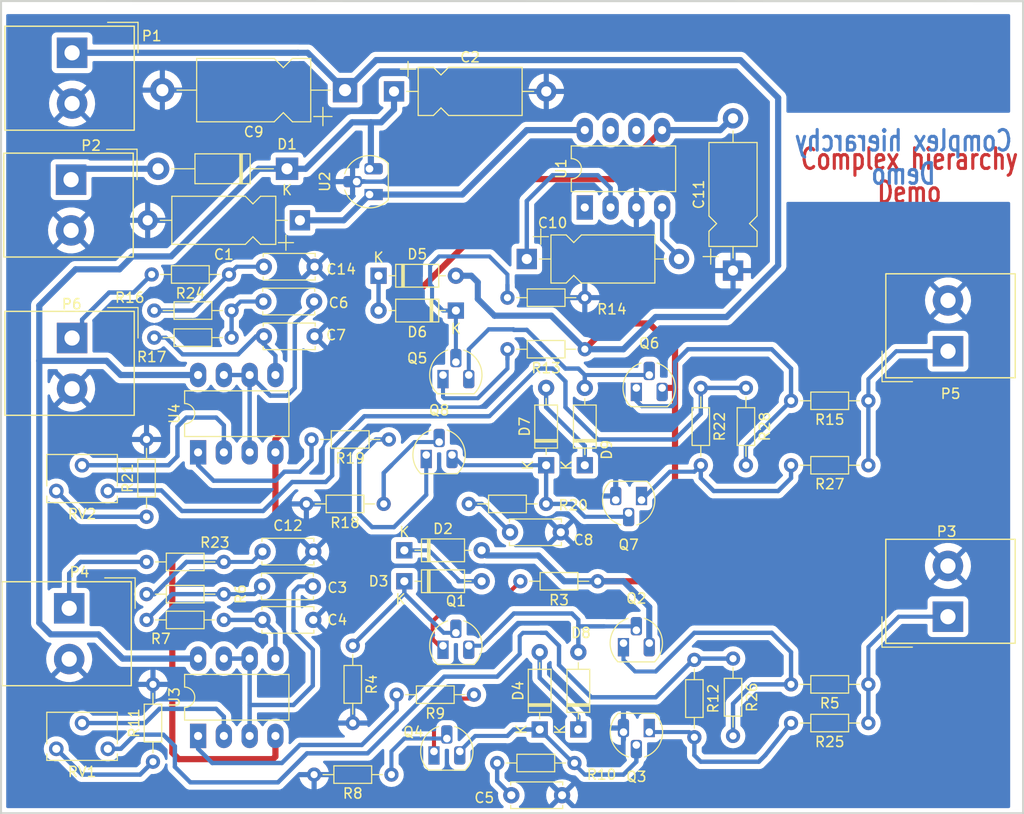
<source format=kicad_pcb>
(kicad_pcb (version 20211014) (generator pcbnew)
  (title_block (title "Actionneur_piezo") (company "Kicad devs") (comment 1 "Demo"))
  (layers (0 "F.Cu" power "top_copper") (31 "B.Cu" signal "bottom_copper") (34 "B.Paste" user) (35 "F.Paste" user) (36 "B.SilkS" user "B.Silkscreen") (37 "F.SilkS" user "F.Silkscreen") (38 "B.Mask" user) (39 "F.Mask" user) (44 "Edge.Cuts" user))
  (net 0 "")
  (net 1 "-VAA")
  (net 2 "/12Vext")
  (net 3 "/ampli_ht_horizontal/PIEZO_IN")
  (net 4 "/ampli_ht_horizontal/PIEZO_OUT")
  (net 5 "/ampli_ht_horizontal/S_OUT+")
  (net 6 "/ampli_ht_horizontal/Vpil_0_3,3V")
  (net 7 "/ampli_ht_vertical/PIEZO_IN")
  (net 8 "/ampli_ht_vertical/PIEZO_OUT")
  (net 9 "/ampli_ht_vertical/S_OUT+")
  (net 10 "/ampli_ht_vertical/Vpil_0_3,3V")
  (net 11 "GND")
  (net 12 "HT")
  (net 13 "Net-(C10-Pad1)")
  (net 14 "Net-(C10-Pad2)")
  (net 15 "Net-(C12-Pad1)")
  (net 16 "Net-(C14-Pad1)")
  (net 17 "Net-(C3-Pad2)")
  (net 18 "Net-(C4-Pad1)")
  (net 19 "Net-(C5-Pad1)")
  (net 20 "Net-(C6-Pad2)")
  (net 21 "Net-(C7-Pad1)")
  (net 22 "Net-(C8-Pad1)")
  (net 23 "Net-(D4-Pad1)")
  (net 24 "Net-(D4-Pad2)")
  (net 25 "Net-(D7-Pad1)")
  (net 26 "Net-(D7-Pad2)")
  (net 27 "Net-(R11-Pad1)")
  (net 28 "Net-(R19-Pad2)")
  (net 29 "Net-(R21-Pad1)")
  (net 30 "Net-(R9-Pad2)")
  (net 31 "Net-(RV1-Pad2)")
  (net 32 "Net-(RV2-Pad2)")
  (net 33 "VCC")
  (net 34 "Net-(D2-Pad1)")
  (net 35 "Net-(D3-Pad1)")
  (net 36 "Net-(D5-Pad1)")
  (net 37 "Net-(D6-Pad1)")
  (net 38 "Net-(D8-Pad2)")
  (net 39 "Net-(D9-Pad2)")
  (net 40 "+12V")
  (net 41 "Net-(Q1-Pad1)")
  (net 42 "Net-(Q2-Pad1)")
  (net 43 "Net-(Q3-Pad1)")
  (net 44 "Net-(Q4-Pad1)")
  (net 45 "Net-(Q4-Pad2)")
  (net 46 "Net-(Q5-Pad1)")
  (net 47 "Net-(Q6-Pad1)")
  (net 48 "Net-(Q7-Pad1)")
  (net 49 "Net-(Q8-Pad1)")
  (net 50 "Net-(Q8-Pad2)")
  (footprint "Capacitor_THT:CP_Axial_L10.0mm_D4.5mm_P15.00mm_Horizontal" (layer "F.Cu") (at 126.619 60.706)
    (fp_text reference "C2")
    (fp_text value "47uF/20V")
  )
  (footprint "Capacitor_THT:CP_Axial_L11.0mm_D6.0mm_P18.00mm_Horizontal" (layer "F.Cu") (at 121.793 60.579 180)
    (fp_text reference "C9")
    (fp_text value "47uF/63V")
  )
  (footprint "Capacitor_THT:CP_Axial_L10.0mm_D4.5mm_P15.00mm_Horizontal" (layer "F.Cu") (at 139.7 77.216)
    (fp_text reference "C10")
    (fp_text value "10uF")
  )
  (footprint "Capacitor_THT:CP_Axial_L10.0mm_D4.5mm_P15.00mm_Horizontal" (layer "F.Cu") (at 160.02 78.359 90)
    (fp_text reference "C11")
    (fp_text value "10uF")
  )
  (footprint "Package_TO_SOT_THT:TO-92_HandSolder" (layer "F.Cu") (at 131.445 115.316)
    (fp_text reference "Q1")
    (fp_text value "MPSA92")
  )
  (footprint "Package_TO_SOT_THT:TO-92_HandSolder" (layer "F.Cu") (at 151.765 123.825 180)
    (fp_text reference "Q3")
    (fp_text value "MPSA92")
  )
  (footprint "Package_TO_SOT_THT:TO-92_HandSolder" (layer "F.Cu") (at 131.445 88.646)
    (fp_text reference "Q5")
    (fp_text value "MPSA92")
  )
  (footprint "Package_TO_SOT_THT:TO-92_HandSolder" (layer "F.Cu") (at 150.495 89.916)
    (fp_text reference "Q6")
    (fp_text value "MPSA42")
  )
  (footprint "Package_TO_SOT_THT:TO-92_HandSolder" (layer "F.Cu") (at 151.003 100.965 180)
    (fp_text reference "Q7")
    (fp_text value "MPSA92")
  )
  (footprint "Package_TO_SOT_THT:TO-92_HandSolder" (layer "F.Cu") (at 129.794 96.52)
    (fp_text reference "Q8")
    (fp_text value "MPSA42")
  )
  (footprint "Potentiometer_THT:Potentiometer_Bourns_3266W_Vertical" (layer "F.Cu") (at 93.345 125.476 180)
    (fp_text reference "RV1")
    (fp_text value "4,7K")
  )
  (footprint "Potentiometer_THT:Potentiometer_Bourns_3266W_Vertical" (layer "F.Cu") (at 93.345 100.076 180)
    (fp_text reference "RV2")
    (fp_text value "4,7K")
  )
  (footprint "Package_TO_SOT_THT:TO-92_HandSolder" (layer "F.Cu") (at 124.206 70.866 90)
    (fp_text reference "U2")
    (fp_text value "78L05")
  )
  (footprint "Resistor_THT:R_Axial_DIN0204_L3.6mm_D1.6mm_P7.62mm_Horizontal" (layer "F.Cu") (at 126.111 94.996 180)
    (fp_text reference "R19")
    (fp_text value "1K")
  )
  (footprint "Resistor_THT:R_Axial_DIN0204_L3.6mm_D1.6mm_P7.62mm_Horizontal" (layer "F.Cu") (at 109.855 110.236 180)
    (fp_text reference "R6")
    (fp_text value "22K")
  )
  (footprint "Resistor_THT:R_Axial_DIN0204_L3.6mm_D1.6mm_P7.62mm_Horizontal" (layer "F.Cu") (at 125.603 101.346 180)
    (fp_text reference "R18")
    (fp_text value "1K")
  )
  (footprint "Resistor_THT:R_Axial_DIN0204_L3.6mm_D1.6mm_P7.62mm_Horizontal" (layer "F.Cu") (at 110.617 82.296 180)
    (fp_text reference "R16")
    (fp_text value "22K")
  )
  (footprint "Resistor_THT:R_Axial_DIN0204_L3.6mm_D1.6mm_P7.62mm_Horizontal" (layer "F.Cu") (at 173.355 91.186 180)
    (fp_text reference "R15")
    (fp_text value "47")
  )
  (footprint "Resistor_THT:R_Axial_DIN0204_L3.6mm_D1.6mm_P7.62mm_Horizontal" (layer "F.Cu") (at 137.795 81.026)
    (fp_text reference "R14")
    (fp_text value "220K")
  )
  (footprint "Resistor_THT:R_Axial_DIN0204_L3.6mm_D1.6mm_P7.62mm_Horizontal" (layer "F.Cu") (at 145.415 86.106 180)
    (fp_text reference "R13")
    (fp_text value "470")
  )
  (footprint "Resistor_THT:R_Axial_DIN0204_L3.6mm_D1.6mm_P7.62mm_Horizontal" (layer "F.Cu") (at 156.21 116.713 -90)
    (fp_text reference "R12")
    (fp_text value "220K")
  )
  (footprint "Resistor_THT:R_Axial_DIN0204_L3.6mm_D1.6mm_P7.62mm_Horizontal" (layer "F.Cu") (at 102.87 126.746 90)
    (fp_text reference "R11")
    (fp_text value "4,7K")
  )
  (footprint "Resistor_THT:R_Axial_DIN0204_L3.6mm_D1.6mm_P7.62mm_Horizontal" (layer "F.Cu") (at 144.399 126.873 180)
    (fp_text reference "R10")
    (fp_text value "5,6K")
  )
  (footprint "Resistor_THT:R_Axial_DIN0204_L3.6mm_D1.6mm_P7.62mm_Horizontal" (layer "F.Cu") (at 134.493 120.142 180)
    (fp_text reference "R9")
    (fp_text value "1K")
  )
  (footprint "Resistor_THT:R_Axial_DIN0204_L3.6mm_D1.6mm_P7.62mm_Horizontal" (layer "F.Cu") (at 126.365 128.016 180)
    (fp_text reference "R8")
    (fp_text value "1K")
  )
  (footprint "Resistor_THT:R_Axial_DIN0204_L3.6mm_D1.6mm_P7.62mm_Horizontal" (layer "F.Cu") (at 109.855 112.776 180)
    (fp_text reference "R7")
    (fp_text value "22K")
  )
  (footprint "Resistor_THT:R_Axial_DIN0204_L3.6mm_D1.6mm_P7.62mm_Horizontal" (layer "F.Cu") (at 102.997 84.963)
    (fp_text reference "R17")
    (fp_text value "22K")
  )
  (footprint "Resistor_THT:R_Axial_DIN0204_L3.6mm_D1.6mm_P7.62mm_Horizontal" (layer "F.Cu") (at 102.235 102.616 90)
    (fp_text reference "R21")
    (fp_text value "4,7K")
  )
  (footprint "Resistor_THT:R_Axial_DIN0204_L3.6mm_D1.6mm_P7.62mm_Horizontal" (layer "F.Cu") (at 146.685 108.966 180)
    (fp_text reference "R3")
    (fp_text value "470")
  )
  (footprint "Resistor_THT:R_Axial_DIN0204_L3.6mm_D1.6mm_P7.62mm_Horizontal" (layer "F.Cu") (at 122.555 115.316 -90)
    (fp_text reference "R4")
    (fp_text value "220K")
  )
  (footprint "Resistor_THT:R_Axial_DIN0204_L3.6mm_D1.6mm_P7.62mm_Horizontal" (layer "F.Cu") (at 173.355 119.126 180)
    (fp_text reference "R5")
    (fp_text value "47")
  )
  (footprint "Resistor_THT:R_Axial_DIN0204_L3.6mm_D1.6mm_P7.62mm_Horizontal" (layer "F.Cu") (at 161.29 89.916 -90)
    (fp_text reference "R28")
    (fp_text value "220K")
  )
  (footprint "Resistor_THT:R_Axial_DIN0204_L3.6mm_D1.6mm_P7.62mm_Horizontal" (layer "F.Cu") (at 173.355 97.536 180)
    (fp_text reference "R27")
    (fp_text value "47")
  )
  (footprint "Resistor_THT:R_Axial_DIN0204_L3.6mm_D1.6mm_P7.62mm_Horizontal" (layer "F.Cu") (at 160.02 116.586 -90)
    (fp_text reference "R26")
    (fp_text value "220K")
  )
  (footprint "Resistor_THT:R_Axial_DIN0204_L3.6mm_D1.6mm_P7.62mm_Horizontal" (layer "F.Cu") (at 173.355 122.936 180)
    (fp_text reference "R25")
    (fp_text value "47")
  )
  (footprint "Resistor_THT:R_Axial_DIN0204_L3.6mm_D1.6mm_P7.62mm_Horizontal" (layer "F.Cu") (at 110.363 78.74 180)
    (fp_text reference "R24")
    (fp_text value "1K")
  )
  (footprint "Resistor_THT:R_Axial_DIN0204_L3.6mm_D1.6mm_P7.62mm_Horizontal" (layer "F.Cu") (at 109.855 107.061 180)
    (fp_text reference "R23")
    (fp_text value "1K")
  )
  (footprint "Resistor_THT:R_Axial_DIN0204_L3.6mm_D1.6mm_P7.62mm_Horizontal" (layer "F.Cu") (at 156.845 89.916 -90)
    (fp_text reference "R22")
    (fp_text value "220K")
  )
  (footprint "Resistor_THT:R_Axial_DIN0204_L3.6mm_D1.6mm_P7.62mm_Horizontal" (layer "F.Cu") (at 141.605 101.346 180)
    (fp_text reference "R20")
    (fp_text value "5,6K")
  )
  (footprint "Package_DIP:DIP-8_W7.62mm_LongPads" (layer "F.Cu") (at 107.315 96.266 90)
    (fp_text reference "U4")
    (fp_text value "LM358N")
  )
  (footprint "Package_DIP:DIP-8_W7.62mm_LongPads" (layer "F.Cu") (at 145.415 72.136 90)
    (fp_text reference "U1")
    (fp_text value "ICL7660")
  )
  (footprint "Package_DIP:DIP-8_W7.62mm_LongPads" (layer "F.Cu") (at 107.315 124.206 90)
    (fp_text reference "U3")
    (fp_text value "LM358N")
  )
  (footprint "Capacitor_THT:C_Disc_D5.0mm_W2.5mm_P5.00mm" (layer "F.Cu") (at 138.049 104.14)
    (fp_text reference "C8")
    (fp_text value "820pF")
  )
  (footprint "Capacitor_THT:C_Disc_D5.0mm_W2.5mm_P5.00mm" (layer "F.Cu") (at 113.792 84.836)
    (fp_text reference "C7")
    (fp_text value "4.7nF")
  )
  (footprint "Capacitor_THT:C_Disc_D5.0mm_W2.5mm_P5.00mm" (layer "F.Cu") (at 118.745 81.407 180)
    (fp_text reference "C6")
    (fp_text value "15nF")
  )
  (footprint "Capacitor_THT:C_Disc_D5.0mm_W2.5mm_P5.00mm" (layer "F.Cu") (at 138.176 130.048)
    (fp_text reference "C5")
    (fp_text value "820pF")
  )
  (footprint "Capacitor_THT:C_Disc_D5.0mm_W2.5mm_P5.00mm" (layer "F.Cu") (at 113.665 106.045)
    (fp_text reference "C12")
    (fp_text value "150nF")
  )
  (footprint "Capacitor_THT:C_Disc_D5.0mm_W2.5mm_P5.00mm" (layer "F.Cu") (at 113.792 77.978)
    (fp_text reference "C14")
    (fp_text value "150nF")
  )
  (footprint "Capacitor_THT:C_Disc_D5.0mm_W2.5mm_P5.00mm" (layer "F.Cu") (at 113.665 112.776)
    (fp_text reference "C4")
    (fp_text value "4.7nF")
  )
  (footprint "Capacitor_THT:C_Disc_D5.0mm_W2.5mm_P5.00mm" (layer "F.Cu") (at 118.618 109.474 180)
    (fp_text reference "C3")
    (fp_text value "15nF")
  )
  (footprint "Diode_THT:D_DO-41_SOD81_P12.70mm_Horizontal" (layer "F.Cu") (at 116.078 68.326 180)
    (fp_text reference "D1")
    (fp_text value "1N4007")
  )
  (footprint "Diode_THT:D_DO-35_SOD27_P7.62mm_Horizontal" (layer "F.Cu") (at 125.095 78.867)
    (fp_text reference "D5")
    (fp_text value "1N4148")
  )
  (footprint "Diode_THT:D_DO-35_SOD27_P7.62mm_Horizontal" (layer "F.Cu") (at 144.78 123.571 90)
    (fp_text reference "D8")
    (fp_text value "1N4148")
  )
  (footprint "Diode_THT:D_DO-35_SOD27_P7.62mm_Horizontal" (layer "F.Cu") (at 127.635 105.918)
    (fp_text reference "D2")
    (fp_text value "1N4148")
  )
  (footprint "Diode_THT:D_DO-35_SOD27_P7.62mm_Horizontal" (layer "F.Cu") (at 127.635 108.966)
    (fp_text reference "D3")
    (fp_text value "1N4148")
  )
  (footprint "Diode_THT:D_DO-35_SOD27_P7.62mm_Horizontal" (layer "F.Cu") (at 141.605 97.536 90)
    (fp_text reference "D7")
    (fp_text value "1N4148")
  )
  (footprint "Diode_THT:D_DO-35_SOD27_P7.62mm_Horizontal" (layer "F.Cu") (at 132.715 82.296 180)
    (fp_text reference "D6")
    (fp_text value "1N4148")
  )
  (footprint "Diode_THT:D_DO-35_SOD27_P7.62mm_Horizontal" (layer "F.Cu") (at 140.97 123.571 90)
    (fp_text reference "D4")
    (fp_text value "1N4148")
  )
  (footprint "Diode_THT:D_DO-35_SOD27_P7.62mm_Horizontal" (layer "F.Cu") (at 145.415 97.536 90)
    (fp_text reference "D9")
    (fp_text value "1N4148")
  )
  (footprint "TerminalBlock_Altech:Altech_AK300_1x02_P5.00mm_45-Degree" (layer "F.Cu") (at 94.9 56.9 -90)
    (fp_text reference "P1")
    (fp_text value "CONN_2")
  )
  (footprint "TerminalBlock_Altech:Altech_AK300_1x02_P5.00mm_45-Degree" (layer "F.Cu") (at 94.8 69.4 -90)
    (fp_text reference "P2")
    (fp_text value "CONN_2")
  )
  (footprint "TerminalBlock_Altech:Altech_AK300_1x02_P5.00mm_45-Degree" (layer "F.Cu") (at 94.615 111.633 -90)
    (fp_text reference "P4")
    (fp_text value "CONN_2")
  )
  (footprint "TerminalBlock_Altech:Altech_AK300_1x02_P5.00mm_45-Degree" (layer "F.Cu") (at 181.1925 112.4575 90)
    (fp_text reference "P3")
    (fp_text value "CONN_2")
  )
  (footprint "TerminalBlock_Altech:Altech_AK300_1x02_P5.00mm_45-Degree" (layer "F.Cu") (at 94.9 85 -90)
    (fp_text reference "P6")
    (fp_text value "CONN_2")
  )
  (footprint "TerminalBlock_Altech:Altech_AK300_1x02_P5.00mm_45-Degree" (layer "F.Cu") (at 181.2 86.3 90)
    (fp_text reference "P5")
    (fp_text value "CONN_2")
  )
  (footprint "Package_TO_SOT_THT:TO-92_HandSolder" (layer "F.Cu") (at 149.225 115.062)
    (fp_text reference "Q2")
    (fp_text value "MPSA42")
  )
  (footprint "Package_TO_SOT_THT:TO-92_HandSolder" (layer "F.Cu") (at 130.556 125.73)
    (fp_text reference "Q4")
    (fp_text value "MPSA42")
  )
  (footprint "Capacitor_THT:CP_Axial_L10.0mm_D4.5mm_P15.00mm_Horizontal" (layer "F.Cu") (at 117.348 73.406 180)
    (fp_text reference "C1")
    (fp_text value "47uF")
  )
  (gr_line (start 87.9 131.826) (end 87.9 51.8) (layer "Edge.Cuts") (width 0.2032))
  (gr_line (start 188.595 131.826) (end 87.9 131.826) (layer "Edge.Cuts") (width 0.2032))
  (gr_line (start 87.9 51.8) (end 188.595 51.816) (layer "Edge.Cuts") (width 0.2032))
  (gr_line (start 188.595 51.816) (end 188.595 131.826) (layer "Edge.Cuts") (width 0.2032))
  (gr_text "Complex hierarchy\nDemo" (at 177.4 69) (layer "F.Cu") (effects (font (size 2.032 1.524) (thickness 0.3048))))
  (gr_text "Complex hierarchy\nDemo" (at 176.8 67.2) (layer "B.Cu") (effects (font (size 2.032 1.524) (thickness 0.3048)) (justify mirror)))
  (segment (start 107.061 104.521) (end 104.775 106.807) (width 0.6096) (layer "F.Cu") (net 1))
  (segment (start 105.41 126.492) (end 114.681 126.492) (width 0.6096) (layer "F.Cu") (net 1))
  (segment (start 104.775 106.807) (end 104.775 125.857) (width 0.6096) (layer "F.Cu") (net 1))
  (segment (start 128.905 86.614) (end 128.905 80.518) (width 0.6096) (layer "F.Cu") (net 1))
  (segment (start 140.081 69.342) (end 148.209 69.342) (width 0.6096) (layer "F.Cu") (net 1))
  (segment (start 148.209 69.342) (end 153.035 64.516) (width 0.6096) (layer "F.Cu") (net 1))
  (segment (start 128.905 80.518) (end 140.081 69.342) (width 0.6096) (layer "F.Cu") (net 1))
  (segment (start 114.935 102.108) (end 114.935 102.362) (width 0.6096) (layer "F.Cu") (net 1))
  (segment (start 114.935 96.266) (end 114.935 94.996) (width 0.6096) (layer "F.Cu") (net 1))
  (segment (start 114.935 94.996) (end 121.031 88.9) (width 0.6096) (layer "F.Cu") (net 1))
  (segment (start 114.935 126.238) (end 114.935 124.206) (width 0.6096) (layer "F.Cu") (net 1))
  (segment (start 114.935 102.362) (end 112.776 104.521) (width 0.6096) (layer "F.Cu") (net 1))
  (segment (start 105.41 126.492) (end 104.775 125.857) (width 0.6096) (layer "F.Cu") (net 1))
  (segment (start 121.031 88.9) (end 126.619 88.9) (width 0.6) (layer "F.Cu") (net 1))
  (segment (start 112.776 104.521) (end 107.061 104.521) (width 0.6096) (layer "F.Cu") (net 1))
  (segment (start 114.681 126.492) (end 114.935 126.238) (width 0.6096) (layer "F.Cu") (net 1))
  (segment (start 126.619 88.9) (end 128.905 86.614) (width 0.6096) (layer "F.Cu") (net 1))
  (segment (start 114.935 96.266) (end 114.935 102.108) (width 0.6096) (layer "F.Cu") (net 1))
  (segment (start 153.035 64.516) (end 158.75 64.516) (width 0.6096) (layer "B.Cu") (net 1))
  (segment (start 158.75 64.516) (end 160.02 63.246) (width 0.6096) (layer "B.Cu") (net 1))
  (segment (start 103.378 68.326) (end 95.874 68.326) (width 0.6) (layer "B.Cu") (net 2))
  (segment (start 95.874 68.326) (end 94.8 69.4) (width 0.6) (layer "B.Cu") (net 2))
  (segment (start 98.552 80.518) (end 100.965 80.518) (width 0.4318) (layer "B.Cu") (net 3))
  (segment (start 95.885 83.185) (end 98.552 80.518) (width 0.4318) (layer "B.Cu") (net 3))
  (segment (start 95.885 84.836) (end 95.885 83.185) (width 0.4318) (layer "B.Cu") (net 3))
  (segment (start 100.965 80.518) (end 102.743 78.74) (width 0.4318) (layer "B.Cu") (net 3))
  (segment (start 173.355 89.045) (end 173.355 91.186) (width 0.4) (layer "B.Cu") (net 4))
  (segment (start 173.355 97.536) (end 173.355 91.186) (width 0.4318) (layer "B.Cu") (net 4))
  (segment (start 176.1 86.3) (end 173.355 89.045) (width 0.4) (layer "B.Cu") (net 4))
  (segment (start 181.2 86.3) (end 176.1 86.3) (width 0.4) (layer "B.Cu") (net 4))
  (segment (start 116.586 99.187) (end 119.888 99.187) (width 0.4318) (layer "B.Cu") (net 5))
  (segment (start 156.845 89.916) (end 156.845 92.456) (width 0.4318) (layer "B.Cu") (net 5))
  (segment (start 143.51 91.821) (end 146.685 94.996) (width 0.4318) (layer "B.Cu") (net 5))
  (segment (start 140.589 88.011) (end 142.24 88.011) (width 0.4318) (layer "B.Cu") (net 5))
  (segment (start 98.48596 100.01504) (end 103.69804 100.01504) (width 0.4318) (layer "B.Cu") (net 5))
  (segment (start 113.7285 102.0445) (end 116.586 99.187) (width 0.4318) (layer "B.Cu") (net 5))
  (segment (start 123.698 92.71) (end 120.523 95.885) (width 0.4318) (layer "B.Cu") (net 5))
  (segment (start 105.7275 102.0445) (end 113.7285 102.0445) (width 0.4318) (layer "B.Cu") (net 5))
  (segment (start 142.24 88.011) (end 143.51 89.281) (width 0.4318) (layer "B.Cu") (net 5))
  (segment (start 135.89 92.71) (end 123.698 92.71) (width 0.4318) (layer "B.Cu") (net 5))
  (segment (start 154.305 94.996) (end 146.685 94.996) (width 0.4318) (layer "B.Cu") (net 5))
  (segment (start 143.51 89.281) (end 143.51 91.821) (width 0.4318) (layer "B.Cu") (net 5))
  (segment (start 135.89 92.71) (end 136.017 92.71) (width 0.4) (layer "B.Cu") (net 5))
  (segment (start 120.523 95.885) (end 120.523 98.552) (width 0.4318) (layer "B.Cu") (net 5))
  (segment (start 119.888 99.187) (end 120.523 98.552) (width 0.4318) (layer "B.Cu") (net 5))
  (segment (start 105.7275 102.0445) (end 103.69804 100.01504) (width 0.4318) (layer "B.Cu") (net 5))
  (segment (start 140.589 88.138) (end 140.589 88.011) (width 0.4) (layer "B.Cu") (net 5))
  (segment (start 98.425 100.076) (end 98.48596 100.01504) (width 0.4318) (layer "B.Cu") (net 5))
  (segment (start 156.845 89.916) (end 161.29 89.916) (width 0.4318) (layer "B.Cu") (net 5))
  (segment (start 156.845 92.456) (end 154.305 94.996) (width 0.4318) (layer "B.Cu") (net 5))
  (segment (start 136.017 92.71) (end 140.589 88.138) (width 0.4) (layer "B.Cu") (net 5))
  (segment (start 109.855 88.646) (end 112.395 88.646) (width 0.4318) (layer "B.Cu") (net 6))
  (segment (start 114.427 90.678) (end 112.395 88.646) (width 0.4318) (layer "B.Cu") (net 6))
  (segment (start 118.745 82.042) (end 116.84 83.566) (width 0.4318) (layer "B.Cu") (net 6))
  (segment (start 116.078 90.678) (end 114.427 90.678) (width 0.4318) (layer "B.Cu") (net 6))
  (segment (start 116.84 83.566) (end 116.84 89.916) (width 0.4318) (layer "B.Cu") (net 6))
  (segment (start 112.395 88.646) (end 112.395 96.266) (width 0.4318) (layer "B.Cu") (net 6))
  (segment (start 116.84 89.916) (end 116.078 90.678) (width 0.4318) (layer "B.Cu") (net 6))
  (segment (start 118.745 81.407) (end 118.745 82.042) (width 0.4318) (layer "B.Cu") (net 6))
  (segment (start 94.615 108.204) (end 95.758 107.061) (width 0.4318) (layer "B.Cu") (net 7))
  (segment (start 94.615 111.506) (end 94.615 108.204) (width 0.4318) (layer "B.Cu") (net 7))
  (segment (start 95.758 107.061) (end 102.235 107.061) (width 0.4318) (layer "B.Cu") (net 7))
  (segment (start 173.355 122.936) (end 173.355 119.126) (width 0.4318) (layer "B.Cu") (net 8))
  (segment (start 173.355 115.445) (end 173.355 119.126) (width 0.4) (layer "B.Cu") (net 8))
  (segment (start 181.1925 112.4575) (end 176.3425 112.4575) (width 0.4) (layer "B.Cu") (net 8))
  (segment (start 176.3425 112.4575) (end 173.355 115.445) (width 0.4) (layer "B.Cu") (net 8))
  (segment (start 146.05 120.396) (end 152.4 120.396) (width 0.4318) (layer "B.Cu") (net 9))
  (segment (start 139.319 114.046) (end 139.0015 114.3635) (width 0.4) (layer "B.Cu") (net 9))
  (segment (start 142.875 115.316) (end 142.875 117.221) (width 0.4318) (layer "B.Cu") (net 9))
  (segment (start 152.4 120.396) (end 156.21 116.586) (width 0.4318) (layer "B.Cu") (net 9))
  (segment (start 105.029 127.254) (end 106.553 128.778) (width 0.4318) (layer "B.Cu") (net 9))
  (segment (start 141.097 114.046) (end 141.605 114.046) (width 0.4318) (layer "B.Cu") (net 9))
  (segment (start 98.425 125.476) (end 99.695 125.476) (width 0.4318) (layer "B.Cu") (net 9))
  (segment (start 156.21 116.586) (end 160.02 116.586) (width 0.4318) (layer "B.Cu") (net 9))
  (segment (start 118.0465 125.9205) (end 124.0155 125.9205) (width 0.4318) (layer "B.Cu") (net 9))
  (segment (start 141.605 114.046) (end 142.875 115.316) (width 0.4318) (layer "B.Cu") (net 9))
  (segment (start 142.875 117.221) (end 146.05 120.396) (width 0.4318) (layer "B.Cu") (net 9))
  (segment (start 101.092 124.079) (end 103.886 124.079) (width 0.4318) (layer "B.Cu") (net 9))
  (segment (start 141.097 114.046) (end 139.319 114.046) (width 0.4) (layer "B.Cu") (net 9))
  (segment (start 124.0155 125.9205) (end 131.572 118.364) (width 0.4318) (layer "B.Cu") (net 9))
  (segment (start 139.0015 114.3635) (end 139.0015 116.1415) (width 0.4) (layer "B.Cu") (net 9))
  (segment (start 136.779 118.364) (end 139.0015 116.1415) (width 0.4318) (layer "B.Cu") (net 9))
  (segment (start 99.695 125.476) (end 101.092 124.079) (width 0.4318) (layer "B.Cu") (net 9))
  (segment (start 105.029 125.222) (end 105.029 127.254) (width 0.4318) (layer "B.Cu") (net 9))
  (segment (start 115.189 128.778) (end 118.0465 125.9205) (width 0.4318) (layer "B.Cu") (net 9))
  (segment (start 131.572 118.364) (end 136.779 118.364) (width 0.4318) (layer "B.Cu") (net 9))
  (segment (start 103.886 124.079) (end 105.029 125.222) (width 0.4318) (layer "B.Cu") (net 9))
  (segment (start 106.553 128.778) (end 115.189 128.778) (width 0.4318) (layer "B.Cu") (net 9))
  (segment (start 116.713 111.76) (end 116.713 113.792) (width 0.4318) (layer "B.Cu") (net 10))
  (segment (start 116.713 109.982) (end 117.221 109.474) (width 0.4) (layer "B.Cu") (net 10))
  (segment (start 117.221 109.474) (end 118.618 109.474) (width 0.4) (layer "B.Cu") (net 10))
  (segment (start 112.395 116.586) (end 109.855 116.586) (width 0.4318) (layer "B.Cu") (net 10))
  (segment (start 118.618 119.253) (end 116.713 121.158) (width 0.4318) (layer "B.Cu") (net 10))
  (segment (start 116.713 113.792) (end 118.618 115.697) (width 0.4318) (layer "B.Cu") (net 10))
  (segment (start 112.395 121.158) (end 112.395 116.586) (width 0.4318) (layer "B.Cu") (net 10))
  (segment (start 116.713 121.158) (end 112.395 121.158) (width 0.4318) (layer "B.Cu") (net 10))
  (segment (start 116.713 111.76) (end 116.713 109.982) (width 0.4) (layer "B.Cu") (net 10))
  (segment (start 112.395 124.206) (end 112.395 121.158) (width 0.4318) (layer "B.Cu") (net 10))
  (segment (start 118.618 115.697) (end 118.618 119.253) (width 0.4318) (layer "B.Cu") (net 10))
  (segment (start 154.305 106.426) (end 151.765 108.966) (width 0.6096) (layer "F.Cu") (net 12))
  (segment (start 145.415 86.106) (end 147.955 83.566) (width 0.6096) (layer "F.Cu") (net 12))
  (segment (start 154.178 89.916) (end 154.305 90.043) (width 0.6) (layer "F.Cu") (net 12))
  (segment (start 154.305 86.106) (end 154.305 90.043) (width 0.6096) (layer "F.Cu") (net 12))
  (segment (start 151.765 83.566) (end 154.305 86.106) (width 0.6096) (layer "F.Cu") (net 12))
  (segment (start 147.955 83.566) (end 151.765 83.566) (width 0.6096) (layer "F.Cu") (net 12))
  (segment (start 151.765 108.966) (end 146.685 108.966) (width 0.6096) (layer "F.Cu") (net 12))
  (segment (start 153.035 89.916) (end 154.178 89.916) (width 0.6) (layer "F.Cu") (net 12))
  (segment (start 154.305 90.043) (end 154.305 106.426) (width 0.6096) (layer "F.Cu") (net 12))
  (segment (start 135.763 106.426) (end 135.255 105.918) (width 0.6) (layer "B.Cu") (net 12))
  (segment (start 136.525 82.80146) (end 142.11046 82.80146) (width 0.6096) (layer "B.Cu") (net 12))
  (segment (start 136.52246 82.80146) (end 134.874 81.153) (width 0.6) (layer "B.Cu") (net 12))
  (segment (start 134.874 81.153) (end 134.874 79.502) (width 0.6) (layer "B.Cu") (net 12))
  (segment (start 134.874 79.502) (end 134.239 78.867) (width 0.6) (layer "B.Cu") (net 12))
  (segment (start 134.239 78.867) (end 132.715 78.867) (width 0.6) (layer "B.Cu") (net 12))
  (segment (start 121.89206 60.579) (end 124.8537 57.61736) (width 0.6) (layer "B.Cu") (net 12))
  (segment (start 142.11046 82.80146) (end 145.415 86.106) (width 0.6096) (layer "B.Cu") (net 12))
  (segment (start 143.383 108.966) (end 146.685 108.966) (width 0.6096) (layer "B.Cu") (net 12))
  (segment (start 117.15858 56.9) (end 118.114 56.9) (width 0.6) (layer "B.Cu") (net 12))
  (segment (start 151.765 111.506) (end 149.225 108.966) (width 0.6) (layer "B.Cu") (net 12))
  (segment (start 140.843 106.426) (end 143.383 108.966) (width 0.6096) (layer "B.Cu") (net 12))
  (segment (start 124.8537 57.61736) (end 160.74136 57.61736) (width 0.6096) (layer "B.Cu") (net 12))
  (segment (start 160.74136 57.61736) (end 164.465 61.341) (width 0.6096) (layer "B.Cu") (net 12))
  (segment (start 149.225 108.966) (end 146.685 108.966) (width 0.6) (layer "B.Cu") (net 12))
  (segment (start 152.4 82.931) (end 149.225 86.106) (width 0.6096) (layer "B.Cu") (net 12))
  (segment (start 159.385 82.931) (end 152.4 82.931) (width 0.6096) (layer "B.Cu") (net 12))
  (segment (start 164.465 77.851) (end 159.385 82.931) (width 0.6096) (layer "B.Cu") (net 12))
  (segment (start 140.716 106.426) (end 135.763 106.426) (width 0.6) (layer "B.Cu") (net 12))
  (segment (start 140.716 106.426) (end 140.843 106.426) (width 0.6096) (layer "B.Cu") (net 12))
  (segment (start 164.465 61.341) (end 164.465 77.851) (width 0.6096) (layer "B.Cu") (net 12))
  (segment (start 149.225 86.106) (end 145.415 86.106) (width 0.6096) (layer "B.Cu") (net 12))
  (segment (start 117.15858 56.9) (end 94.9 56.9) (width 0.6096) (layer "B.Cu") (net 12))
  (segment (start 121.793 60.579) (end 121.89206 60.579) (width 0.6) (layer "B.Cu") (net 12))
  (segment (start 151.765 115.062) (end 151.765 111.506) (width 0.6) (layer "B.Cu") (net 12))
  (segment (start 136.525 82.80146) (end 136.52246 82.80146) (width 0.6) (layer "B.Cu") (net 12))
  (segment (start 118.114 56.9) (end 121.793 60.579) (width 0.6) (layer "B.Cu") (net 12))
  (segment (start 147.955 70.231) (end 147.955 72.136) (width 0.4318) (layer "B.Cu") (net 13))
  (segment (start 139.7 71.501) (end 142.24 68.961) (width 0.4318) (layer "B.Cu") (net 13))
  (segment (start 139.7 77.216) (end 139.7 71.501) (width 0.4318) (layer "B.Cu") (net 13))
  (segment (start 142.24 68.961) (end 146.685 68.961) (width 0.4318) (layer "B.Cu") (net 13))
  (segment (start 146.685 68.961) (end 147.955 70.231) (width 0.4318) (layer "B.Cu") (net 13))
  (segment (start 153.035 72.136) (end 153.035 75.311) (width 0.4318) (layer "B.Cu") (net 14))
  (segment (start 153.035 75.311) (end 154.94 77.216) (width 0.4318) (layer "B.Cu") (net 14))
  (segment (start 112.649 107.061) (end 113.665 106.045) (width 0.4) (layer "B.Cu") (net 15))
  (segment (start 106.172 107.061) (end 109.855 107.061) (width 0.4318) (layer "B.Cu") (net 15))
  (segment (start 109.855 107.061) (end 112.649 107.061) (width 0.4) (layer "B.Cu") (net 15))
  (segment (start 102.235 110.236) (end 102.997 110.236) (width 0.4318) (layer "B.Cu") (net 15))
  (segment (start 102.997 110.236) (end 106.172 107.061) (width 0.4318) (layer "B.Cu") (net 15))
  (segment (start 111.125 77.978) (end 110.363 78.74) (width 0.4) (layer "B.Cu") (net 16))
  (segment (start 106.807 82.296) (end 110.363 78.74) (width 0.4318) (layer "B.Cu") (net 16))
  (segment (start 113.792 77.978) (end 111.125 77.978) (width 0.4) (layer "B.Cu") (net 16))
  (segment (start 102.997 82.296) (end 106.807 82.296) (width 0.4318) (layer "B.Cu") (net 16))
  (segment (start 112.856 110.236) (end 113.618 109.474) (width 0.4) (layer "B.Cu") (net 17))
  (segment (start 102.235 112.776) (end 104.775 110.236) (width 0.4318) (layer "B.Cu") (net 17))
  (segment (start 104.775 110.236) (end 109.855 110.236) (width 0.4318) (layer "B.Cu") (net 17))
  (segment (start 109.855 110.236) (end 112.856 110.236) (width 0.4) (layer "B.Cu") (net 17))
  (segment (start 109.855 112.776) (end 113.665 112.776) (width 0.4318) (layer "B.Cu") (net 18))
  (segment (start 113.665 112.776) (end 114.935 114.046) (width 0.4318) (layer "B.Cu") (net 18))
  (segment (start 114.935 114.046) (end 114.935 116.586) (width 0.4318) (layer "B.Cu") (net 18))
  (segment (start 136.779 128.651) (end 138.176 130.048) (width 0.4318) (layer "B.Cu") (net 19))
  (segment (start 136.779 126.873) (end 136.779 128.651) (width 0.4318) (layer "B.Cu") (net 19))
  (segment (start 111.506 81.407) (end 110.617 82.296) (width 0.4) (layer "B.Cu") (net 20))
  (segment (start 113.745 81.407) (end 111.506 81.407) (width 0.4) (layer "B.Cu") (net 20))
  (segment (start 110.617 84.963) (end 110.617 82.296) (width 0.4318) (layer "B.Cu") (net 20))
  (segment (start 104.14 84.963) (end 105.791 86.614) (width 0.4) (layer "B.Cu") (net 21))
  (segment (start 114.935 86.741) (end 114.935 88.646) (width 0.4318) (layer "B.Cu") (net 21))
  (segment (start 102.997 84.963) (end 104.14 84.963) (width 0.4) (layer "B.Cu") (net 21))
  (segment (start 111.252 86.614) (end 105.791 86.614) (width 0.4318) (layer "B.Cu") (net 21))
  (segment (start 113.665 84.836) (end 113.03 84.836) (width 0.4318) (layer "B.Cu") (net 21))
  (segment (start 113.665 84.836) (end 113.665 85.471) (width 0.4318) (layer "B.Cu") (net 21))
  (segment (start 113.665 85.471) (end 114.935 86.741) (width 0.4318) (layer "B.Cu") (net 21))
  (segment (start 113.03 84.836) (end 111.252 86.614) (width 0.4318) (layer "B.Cu") (net 21))
  (segment (start 135.255 101.346) (end 138.049 104.14) (width 0.4318) (layer "B.Cu") (net 22))
  (segment (start 133.985 101.346) (end 135.255 101.346) (width 0.4318) (layer "B.Cu") (net 22))
  (segment (start 144.399 127) (end 145.415 128.016) (width 0.4) (layer "B.Cu") (net 23))
  (segment (start 144.272 126.873) (end 140.97 123.571) (width 0.4) (layer "B.Cu") (net 23))
  (segment (start 149.225 128.016) (end 150.495 126.746) (width 0.4318) (layer "B.Cu") (net 23))
  (segment (start 144.399 126.873) (end 144.272 126.873) (width 0.4) (layer "B.Cu") (net 23))
  (segment (start 144.399 126.873) (end 144.399 127) (width 0.4) (layer "B.Cu") (net 23))
  (segment (start 134.62 124.206) (end 133.096 125.73) (width 0.4) (layer "B.Cu") (net 23))
  (segment (start 138.43 123.571) (end 140.97 123.571) (width 0.4318) (layer "B.Cu") (net 23))
  (segment (start 137.795 124.206) (end 138.43 123.571) (width 0.4318) (layer "B.Cu") (net 23))
  (segment (start 137.795 124.206) (end 134.62 124.206) (width 0.4) (layer "B.Cu") (net 23))
  (segment (start 145.415 128.016) (end 149.225 128.016) (width 0.4318) (layer "B.Cu") (net 23))
  (segment (start 150.495 126.746) (end 150.495 125.476) (width 0.4318) (layer "B.Cu") (net 23))
  (segment (start 140.97 118.491) (end 144.78 122.301) (width 0.4318) (layer "B.Cu") (net 24))
  (segment (start 144.78 122.301) (end 144.78 123.571) (width 0.4318) (layer "B.Cu") (net 24))
  (segment (start 140.97 115.951) (end 140.97 118.491) (width 0.4318) (layer "B.Cu") (net 24))
  (segment (start 133.35 97.536) (end 132.334 96.52) (width 0.4) (layer "B.Cu") (net 25))
  (segment (start 149.352 102.616) (end 149.733 102.235) (width 0.4) (layer "B.Cu") (net 25))
  (segment (start 145.415 102.616) (end 144.145 101.346) (width 0.4318) (layer "B.Cu") (net 25))
  (segment (start 141.605 97.536) (end 133.35 97.536) (width 0.4) (layer "B.Cu") (net 25))
  (segment (start 144.145 101.346) (end 141.605 101.346) (width 0.4318) (layer "B.Cu") (net 25))
  (segment (start 145.415 102.616) (end 149.352 102.616) (width 0.4) (layer "B.Cu") (net 25))
  (segment (start 141.605 97.536) (end 141.605 101.346) (width 0.4318) (layer "B.Cu") (net 25))
  (segment (start 141.605 91.821) (end 145.415 95.631) (width 0.4318) (layer "B.Cu") (net 26))
  (segment (start 141.605 89.916) (end 141.605 91.821) (width 0.4318) (layer "B.Cu") (net 26))
  (segment (start 145.415 95.631) (end 145.415 97.536) (width 0.4318) (layer "B.Cu") (net 26))
  (segment (start 95.885 128.016) (end 101.6 128.016) (width 0.4318) (layer "B.Cu") (net 27))
  (segment (start 93.345 125.476) (end 95.885 128.016) (width 0.4318) (layer "B.Cu") (net 27))
  (segment (start 102.87 126.746) (end 101.6 128.016) (width 0.4318) (layer "B.Cu") (net 27))
  (segment (start 118.491 97.028) (end 118.491 94.996) (width 0.4318) (layer "B.Cu") (net 28))
  (segment (start 108.839 99.06) (end 114.935 99.06) (width 0.4318) (layer "B.Cu") (net 28))
  (segment (start 117.348 98.171) (end 118.491 97.028) (width 0.4318) (layer "B.Cu") (net 28))
  (segment (start 114.935 99.06) (end 115.824 98.171) (width 0.4318) (layer "B.Cu") (net 28))
  (segment (start 107.315 96.266) (end 107.315 97.536) (width 0.4318) (layer "B.Cu") (net 28))
  (segment (start 115.824 98.171) (end 117.348 98.171) (width 0.4318) (layer "B.Cu") (net 28))
  (segment (start 107.315 97.536) (end 108.839 99.06) (width 0.4318) (layer "B.Cu") (net 28))
  (segment (start 95.885 102.616) (end 102.235 102.616) (width 0.4318) (layer "B.Cu") (net 29))
  (segment (start 93.345 100.076) (end 95.885 102.616) (width 0.4318) (layer "B.Cu") (net 29))
  (segment (start 115.57 126.873) (end 117.348 125.095) (width 0.4318) (layer "B.Cu") (net 30))
  (segment (start 115.57 126.873) (end 108.712 126.873) (width 0.4318) (layer "B.Cu") (net 30))
  (segment (start 126.873 121.666) (end 126.873 120.142) (width 0.4318) (layer "B.Cu") (net 30))
  (segment (start 117.348 125.095) (end 123.444 125.095) (width 0.4318) (layer "B.Cu") (net 30))
  (segment (start 107.315 125.476) (end 107.315 124.206) (width 0.4318) (layer "B.Cu") (net 30))
  (segment (start 108.712 126.873) (end 107.315 125.476) (width 0.4318) (layer "B.Cu") (net 30))
  (segment (start 123.444 125.095) (end 126.873 121.666) (width 0.4318) (layer "B.Cu") (net 30))
  (segment (start 102.108 122.936) (end 103.505 121.539) (width 0.4318) (layer "B.Cu") (net 31))
  (segment (start 95.885 122.936) (end 102.108 122.936) (width 0.4318) (layer "B.Cu") (net 31))
  (segment (start 103.505 121.539) (end 109.093 121.539) (width 0.4318) (layer "B.Cu") (net 31))
  (segment (start 109.093 121.539) (end 109.855 122.301) (width 0.4318) (layer "B.Cu") (net 31))
  (segment (start 109.855 122.301) (end 109.855 124.206) (width 0.4318) (layer "B.Cu") (net 31))
  (segment (start 109.093 92.837) (end 109.855 93.599) (width 0.4318) (layer "B.Cu") (net 32))
  (segment (start 109.855 93.599) (end 109.855 96.266) (width 0.4318) (layer "B.Cu") (net 32))
  (segment (start 105.283 96.647) (end 105.283 93.726) (width 0.4318) (layer "B.Cu") (net 32))
  (segment (start 106.172 92.837) (end 109.093 92.837) (width 0.4318) (layer "B.Cu") (net 32))
  (segment (start 95.885 97.536) (end 104.394 97.536) (width 0.4318) (layer "B.Cu") (net 32))
  (segment (start 105.283 93.726) (end 106.172 92.837) (width 0.4318) (layer "B.Cu") (net 32))
  (segment (start 104.394 97.536) (end 105.283 96.647) (width 0.4318) (layer "B.Cu") (net 32))
  (segment (start 133.35 70.866) (end 139.7 64.516) (width 0.6096) (layer "B.Cu") (net 33))
  (segment (start 124.206 70.866) (end 133.35 70.866) (width 0.6) (layer "B.Cu") (net 33))
  (segment (start 121.666 73.406) (end 124.206 70.866) (width 0.6) (layer "B.Cu") (net 33))
  (segment (start 139.7 64.516) (end 145.415 64.516) (width 0.6096) (layer "B.Cu") (net 33))
  (segment (start 117.348 73.406) (end 121.666 73.406) (width 0.6) (layer "B.Cu") (net 33))
  (segment (start 132.969 108.839) (end 130.048 105.918) (width 0.4) (layer "B.Cu") (net 34))
  (segment (start 130.048 105.918) (end 127.635 105.918) (width 0.4) (layer "B.Cu") (net 34))
  (segment (start 135.255 108.966) (end 132.969 108.966) (width 0.4318) (layer "B.Cu") (net 34))
  (segment (start 132.969 108.966) (end 132.969 108.839) (width 0.4) (layer "B.Cu") (net 34))
  (segment (start 122.555 115.316) (end 122.555 115.24742) (width 0.4318) (layer "B.Cu") (net 35))
  (segment (start 132.715 114.046) (end 131.51358 114.046) (width 0.4) (layer "B.Cu") (net 35))
  (segment (start 122.555 115.24742) (end 127.635 110.16742) (width 0.4318) (layer "B.Cu") (net 35))
  (segment (start 127.635 108.966) (end 127.635 110.16742) (width 0.4318) (layer "B.Cu") (net 35))
  (segment (start 131.51358 114.046) (end 130.175 112.70742) (width 0.4) (layer "B.Cu") (net 35))
  (segment (start 127.635 110.16742) (end 130.175 112.70742) (width 0.4318) (layer "B.Cu") (net 35))
  (segment (start 125.095 78.867) (end 125.095 82.296) (width 0.4318) (layer "B.Cu") (net 36))
  (segment (start 130.175 77.851) (end 131.064 76.962) (width 0.4) (layer "B.Cu") (net 37))
  (segment (start 131.064 76.962) (end 136.017 76.962) (width 0.4) (layer "B.Cu") (net 37))
  (segment (start 136.017 76.962) (end 137.795 78.74) (width 0.4) (layer "B.Cu") (net 37))
  (segment (start 137.795 78.74) (end 137.795 79.756) (width 0.4) (layer "B.Cu") (net 37))
  (segment (start 130.3655 81.2165) (end 131.445 82.296) (width 0.4) (layer "B.Cu") (net 37))
  (segment (start 131.445 82.296) (end 132.715 82.296) (width 0.4) (layer "B.Cu") (net 37))
  (segment (start 137.795 81.026) (end 137.795 79.756) (width 0.4318) (layer "B.Cu") (net 37))
  (segment (start 130.175 79.756) (end 130.3655 79.9465) (width 0.4318) (layer "B.Cu") (net 37))
  (segment (start 132.715 82.296) (end 132.715 87.376) (width 0.4) (layer "B.Cu") (net 37))
  (segment (start 130.3655 79.9465) (end 130.3655 81.2165) (width 0.4) (layer "B.Cu") (net 37))
  (segment (start 130.175 79.121) (end 130.175 79.756) (width 0.4318) (layer "B.Cu") (net 37))
  (segment (start 130.175 79.121) (end 130.175 77.851) (width 0.4) (layer "B.Cu") (net 37))
  (segment (start 144.78 112.776) (end 144.145 112.141) (width 0.4318) (layer "B.Cu") (net 38))
  (segment (start 144.145 112.141) (end 138.43 112.141) (width 0.4318) (layer "B.Cu") (net 38))
  (segment (start 147.32 113.411) (end 150.114 113.411) (width 0.4) (layer "B.Cu") (net 38))
  (segment (start 133.985 115.316) (end 135.255 115.316) (width 0.4) (layer "B.Cu") (net 38))
  (segment (start 150.114 113.411) (end 150.495 113.792) (width 0.4) (layer "B.Cu") (net 38))
  (segment (start 135.255 115.316) (end 136.525 114.046) (width 0.4) (layer "B.Cu") (net 38))
  (segment (start 138.43 112.141) (end 136.525 114.046) (width 0.4318) (layer "B.Cu") (net 38))
  (segment (start 144.78 113.411) (end 144.78 112.776) (width 0.4318) (layer "B.Cu") (net 38))
  (segment (start 147.32 113.411) (end 144.78 113.411) (width 0.4318) (layer "B.Cu") (net 38))
  (segment (start 144.78 115.951) (end 144.78 113.411) (width 0.4318) (layer "B.Cu") (net 38))
  (segment (start 133.985 88.646) (end 133.985 86.106) (width 0.4) (layer "B.Cu") (net 39))
  (segment (start 144.78 88.011) (end 143.51 88.011) (width 0.4318) (layer "B.Cu") (net 39))
  (segment (start 143.51 88.011) (end 139.7 84.201) (width 0.4318) (layer "B.Cu") (net 39))
  (segment (start 133.985 86.106) (end 135.94334 84.14766) (width 0.4) (layer "B.Cu") (net 39))
  (segment (start 138.43 84.201) (end 138.37666 84.14766) (width 0.4318) (layer "B.Cu") (net 39))
  (segment (start 145.415 88.646) (end 151.765 88.646) (width 0.4) (layer "B.Cu") (net 39))
  (segment (start 145.415 88.646) (end 144.78 88.011) (width 0.4318) (layer "B.Cu") (net 39))
  (segment (start 138.37666 84.14766) (end 135.94334 84.14766) (width 0.4318) (layer "B.Cu") (net 39))
  (segment (start 145.415 89.916) (end 145.415 88.646) (width 0.4318) (layer "B.Cu") (net 39))
  (segment (start 139.7 84.201) (end 138.43 84.201) (width 0.4318) (layer "B.Cu") (net 39))
  (segment (start 117.91442 68.326) (end 122.4915 63.74892) (width 0.6096) (layer "B.Cu") (net 40))
  (segment (start 98.298 87.249) (end 99.695 88.646) (width 0.6096) (layer "B.Cu") (net 40))
  (segment (start 122.4915 63.74892) (end 124.33808 63.74892) (width 0.6096) (layer "B.Cu") (net 40))
  (segment (start 92.8 114.2) (end 97.5 114.2) (width 0.6096) (layer "B.Cu") (net 40))
  (segment (start 99.886 116.586) (end 107.315 116.586) (width 0.6096) (layer "B.Cu") (net 40))
  (segment (start 126.619 62.484) (end 126.619 60.706) (width 0.6096) (layer "B.Cu") (net 40))
  (segment (start 91.6686 87.249) (end 91.6686 113.0686) (width 0.6096) (layer "B.Cu") (net 40))
  (segment (start 91.6686 87.249) (end 98.298 87.249) (width 0.6096) (layer "B.Cu") (net 40))
  (segment (start 95.25 78.232) (end 99.568 78.232) (width 0.6096) (layer "B.Cu") (net 40))
  (segment (start 99.695 88.646) (end 107.315 88.646) (width 0.6096) (layer "B.Cu") (net 40))
  (segment (start 99.568 78.232) (end 100.838 76.962) (width 0.6096) (layer "B.Cu") (net 40))
  (segment (start 104.648 76.962) (end 113.284 68.326) (width 0.6096) (layer "B.Cu") (net 40))
  (segment (start 113.284 68.326) (end 117.91442 68.326) (width 0.6096) (layer "B.Cu") (net 40))
  (segment (start 91.6686 113.0686) (end 92.8 114.2) (width 0.6096) (layer "B.Cu") (net 40))
  (segment (start 124.33808 68.19392) (end 124.206 68.326) (width 0.6096) (layer "B.Cu") (net 40))
  (segment (start 91.6686 87.249) (end 91.6686 81.8134) (width 0.6096) (layer "B.Cu") (net 40))
  (segment (start 125.35408 63.74892) (end 126.619 62.484) (width 0.6096) (layer "B.Cu") (net 40))
  (segment (start 124.33808 63.74892) (end 125.35408 63.74892) (width 0.6096) (layer "B.Cu") (net 40))
  (segment (start 97.5 114.2) (end 99.886 116.586) (width 0.6096) (layer "B.Cu") (net 40))
  (segment (start 91.6686 81.8134) (end 95.25 78.232) (width 0.6096) (layer "B.Cu") (net 40))
  (segment (start 100.838 76.962) (end 104.648 76.962) (width 0.6096) (layer "B.Cu") (net 40))
  (segment (start 124.33808 63.74892) (end 124.33808 68.19392) (width 0.6096) (layer "B.Cu") (net 40))
  (segment (start 131.826 111.506) (end 136.525 111.506) (width 0.4) (layer "F.Cu") (net 41))
  (segment (start 131.445 115.316) (end 131.064 115.316) (width 0.4) (layer "F.Cu") (net 41))
  (segment (start 131.064 115.316) (end 130.429 114.681) (width 0.4) (layer "F.Cu") (net 41))
  (segment (start 136.525 111.506) (end 139.065 108.966) (width 0.4) (layer "F.Cu") (net 41))
  (segment (start 130.429 112.903) (end 131.826 111.506) (width 0.4) (layer "F.Cu") (net 41))
  (segment (start 130.429 114.681) (end 130.429 112.903) (width 0.4) (layer "F.Cu") (net 41))
  (segment (start 160.02 121.031) (end 161.925 119.126) (width 0.4318) (layer "B.Cu") (net 42))
  (segment (start 165.735 119.126) (end 165.735 115.951) (width 0.4318) (layer "B.Cu") (net 42))
  (segment (start 161.925 119.126) (end 165.735 119.126) (width 0.4318) (layer "B.Cu") (net 42))
  (segment (start 149.225 116.713) (end 150.368 117.856) (width 0.4) (layer "B.Cu") (net 42))
  (segment (start 156.21 114.046) (end 163.83 114.046) (width 0.4318) (layer "B.Cu") (net 42))
  (segment (start 160.02 124.206) (end 160.02 121.031) (width 0.4318) (layer "B.Cu") (net 42))
  (segment (start 152.4 117.856) (end 150.368 117.856) (width 0.4) (layer "B.Cu") (net 42))
  (segment (start 165.735 115.951) (end 163.83 114.046) (width 0.4318) (layer "B.Cu") (net 42))
  (segment (start 156.21 114.046) (end 152.4 117.856) (width 0.4318) (layer "B.Cu") (net 42))
  (segment (start 149.225 115.062) (end 149.225 116.713) (width 0.4) (layer "B.Cu") (net 42))
  (segment (start 155.702 123.825) (end 156.21 124.333) (width 0.4) (layer "B.Cu") (net 43))
  (segment (start 156.21 124.206) (end 156.21 126.111) (width 0.4318) (layer "B.Cu") (net 43))
  (segment (start 151.765 123.825) (end 155.702 123.825) (width 0.4) (layer "B.Cu") (net 43))
  (segment (start 156.21 126.111) (end 156.845 126.746) (width 0.4318) (layer "B.Cu") (net 43))
  (segment (start 162.56 126.746) (end 163.195 126.111) (width 0.4318) (layer "B.Cu") (net 43))
  (segment (start 156.845 126.746) (end 162.56 126.746) (width 0.4318) (layer "B.Cu") (net 43))
  (segment (start 163.195 126.111) (end 165.735 122.936) (width 0.4318) (layer "B.Cu") (net 43))
  (segment (start 132.334 120.523) (end 130.556 122.301) (width 0.4) (layer "F.Cu") (net 44))
  (segment (start 130.556 122.301) (end 130.556 125.73) (width 0.4) (layer "F.Cu") (net 44))
  (segment (start 134.493 120.523) (end 132.334 120.523) (width 0.4) (layer "F.Cu") (net 44))
  (segment (start 134.493 120.142) (end 134.493 120.523) (width 0.4) (layer "F.Cu") (net 44))
  (segment (start 126.365 128.016) (end 126.365 125.73) (width 0.4) (layer "B.Cu") (net 45))
  (segment (start 127.635 124.46) (end 131.826 124.46) (width 0.4) (layer "B.Cu") (net 45))
  (segment (start 126.365 125.73) (end 127.635 124.46) (width 0.4) (layer "B.Cu") (net 45))
  (segment (start 131.445 90.805) (end 131.445 88.646) (width 0.4) (layer "B.Cu") (net 46))
  (segment (start 137.795 88.011) (end 134.874 90.932) (width 0.4) (layer "B.Cu") (net 46))
  (segment (start 131.572 90.932) (end 131.445 90.805) (width 0.4) (layer "B.Cu") (net 46))
  (segment (start 134.874 90.932) (end 131.572 90.932) (width 0.4) (layer "B.Cu") (net 46))
  (segment (start 137.795 87.122) (end 137.795 88.011) (width 0.4) (layer "B.Cu") (net 46))
  (segment (start 137.795 87.122) (end 137.795 86.106) (width 0.4318) (layer "B.Cu") (net 46))
  (segment (start 155.575 86.106) (end 163.83 86.106) (width 0.4318) (layer "B.Cu") (net 47))
  (segment (start 161.29 95.631) (end 165.735 91.186) (width 0.4318) (layer "B.Cu") (net 47))
  (segment (start 161.29 97.536) (end 161.29 95.631) (width 0.4318) (layer "B.Cu") (net 47))
  (segment (start 154.305 87.376) (end 155.575 86.106) (width 0.4318) (layer "B.Cu") (net 47))
  (segment (start 154.305 91.44) (end 154.305 89.916) (width 0.4) (layer "B.Cu") (net 47))
  (segment (start 165.735 91.186) (end 165.735 88.011) (width 0.4318) (layer "B.Cu") (net 47))
  (segment (start 165.735 88.011) (end 163.83 86.106) (width 0.4318) (layer "B.Cu") (net 47))
  (segment (start 150.495 91.186) (end 151.02501 91.71601) (width 0.4) (layer "B.Cu") (net 47))
  (segment (start 151.02501 91.71601) (end 154.02899 91.71601) (width 0.4) (layer "B.Cu") (net 47))
  (segment (start 154.02899 91.71601) (end 154.305 91.44) (width 0.4) (layer "B.Cu") (net 47))
  (segment (start 150.495 89.916) (end 150.495 91.186) (width 0.4) (layer "B.Cu") (net 47))
  (segment (start 154.305 89.916) (end 154.305 87.376) (width 0.4318) (layer "B.Cu") (net 47))
  (segment (start 165.735 97.536) (end 165.735 98.806) (width 0.4318) (layer "B.Cu") (net 48))
  (segment (start 158.115 100.076) (end 164.465 100.076) (width 0.4318) (layer "B.Cu") (net 48))
  (segment (start 156.845 97.536) (end 156.845 98.806) (width 0.4318) (layer "B.Cu") (net 48))
  (segment (start 165.735 98.806) (end 164.465 100.076) (width 0.4318) (layer "B.Cu") (net 48))
  (segment (start 153.797 98.171) (end 151.003 100.965) (width 0.4) (layer "B.Cu") (net 48))
  (segment (start 156.845 98.806) (end 158.115 100.076) (width 0.4318) (layer "B.Cu") (net 48))
  (segment (start 156.21 98.171) (end 156.845 97.536) (width 0.4318) (layer "B.Cu") (net 48))
  (segment (start 156.21 98.171) (end 153.797 98.171) (width 0.4) (layer "B.Cu") (net 48))
  (segment (start 123.19 102.362) (end 124.46 103.632) (width 0.4318) (layer "B.Cu") (net 49))
  (segment (start 126.111 94.996) (end 124.841 94.996) (width 0.4318) (layer "B.Cu") (net 49))
  (segment (start 124.46 103.632) (end 126.619 103.632) (width 0.4318) (layer "B.Cu") (net 49))
  (segment (start 124.841 94.996) (end 123.19 96.647) (width 0.4318) (layer "B.Cu") (net 49))
  (segment (start 123.19 96.647) (end 123.19 102.362) (width 0.4318) (layer "B.Cu") (net 49))
  (segment (start 129.794 96.52) (end 129.794 100.457) (width 0.4) (layer "B.Cu") (net 49))
  (segment (start 126.619 103.632) (end 129.794 100.457) (width 0.4318) (layer "B.Cu") (net 49))
  (segment (start 126.365 97.536) (end 125.603 98.298) (width 0.4318) (layer "B.Cu") (net 50))
  (segment (start 125.603 98.298) (end 125.603 101.346) (width 0.4318) (layer "B.Cu") (net 50))
  (segment (start 126.365 97.536) (end 128.651 95.25) (width 0.4) (layer "B.Cu") (net 50))
  (segment (start 128.651 95.25) (end 131.064 95.25) (width 0.4) (layer "B.Cu") (net 50))
  (zone (net 11) (net_name "GND") (layer "B.Cu") (connect_pads (clearance 0.508)) (min_thickness 0.254) (fill yes (thermal_gap 0.762) (thermal_bridge_width 0.508))
    (polygon (pts (xy 187.325 131.572) (xy 187.325 53.086) (xy 88.392 53.086) (xy 88.392 131.572)))
  )
)
</source>
